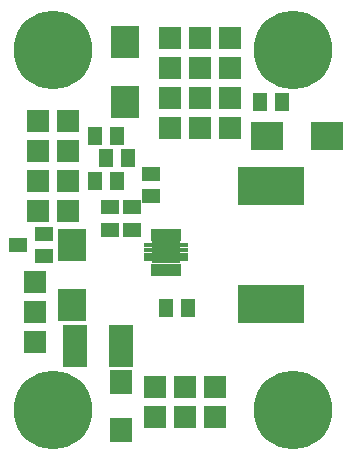
<source format=gbr>
G75*
%MOIN*%
%OFA0B0*%
%FSLAX25Y25*%
%IPPOS*%
%LPD*%
%AMOC8*
5,1,8,0,0,1.08239X$1,22.5*
%
%ADD10R,0.04700X0.05900*%
%ADD11R,0.07300X0.07300*%
%ADD12R,0.06312X0.04737*%
%ADD13R,0.08280X0.14186*%
%ADD14R,0.07493X0.07887*%
%ADD15C,0.26200*%
%ADD16R,0.05900X0.04700*%
%ADD17R,0.10800X0.09300*%
%ADD18R,0.01902X0.04146*%
%ADD19R,0.09265X0.07493*%
%ADD20R,0.03556X0.01784*%
%ADD21C,0.03981*%
%ADD22R,0.22454X0.12611*%
%ADD23R,0.09300X0.10800*%
D10*
X0064110Y0062850D03*
X0071590Y0062850D03*
X0047840Y0105350D03*
X0040360Y0105350D03*
X0044110Y0112850D03*
X0051590Y0112850D03*
X0047840Y0120350D03*
X0040360Y0120350D03*
X0095360Y0131600D03*
X0102840Y0131600D03*
D11*
X0085350Y0132850D03*
X0075350Y0132850D03*
X0075350Y0122850D03*
X0085350Y0122850D03*
X0065350Y0122850D03*
X0065350Y0132850D03*
X0065350Y0142850D03*
X0065350Y0152850D03*
X0075350Y0152850D03*
X0085350Y0152850D03*
X0085350Y0142850D03*
X0075350Y0142850D03*
X0031600Y0125350D03*
X0021600Y0125350D03*
X0021600Y0115350D03*
X0031600Y0115350D03*
X0031600Y0105350D03*
X0031600Y0095350D03*
X0021600Y0095350D03*
X0021600Y0105350D03*
X0020350Y0071600D03*
X0020350Y0061600D03*
X0020350Y0051600D03*
X0060350Y0036600D03*
X0070350Y0036600D03*
X0080350Y0036600D03*
X0080350Y0026600D03*
X0070350Y0026600D03*
X0060350Y0026600D03*
D12*
X0023431Y0080360D03*
X0023431Y0087840D03*
X0014769Y0084100D03*
D13*
X0033923Y0050350D03*
X0049277Y0050350D03*
D14*
X0049100Y0038421D03*
X0049100Y0022279D03*
D15*
X0026600Y0029100D03*
X0106600Y0029100D03*
X0106600Y0149100D03*
X0026600Y0149100D03*
D16*
X0059100Y0107840D03*
X0059100Y0100360D03*
X0052850Y0096590D03*
X0052850Y0089110D03*
X0045350Y0089110D03*
X0045350Y0096590D03*
D17*
X0097850Y0120350D03*
X0117850Y0120350D03*
D18*
X0068037Y0087407D03*
X0066069Y0087407D03*
X0064100Y0087407D03*
X0062131Y0087407D03*
X0060163Y0087407D03*
X0060163Y0075793D03*
X0062131Y0075793D03*
X0064100Y0075793D03*
X0066069Y0075793D03*
X0068037Y0075793D03*
D19*
X0064100Y0081600D03*
X0064100Y0081600D03*
D20*
X0058490Y0080813D03*
X0058490Y0082387D03*
X0058490Y0083962D03*
X0058490Y0079238D03*
X0069710Y0079238D03*
X0069710Y0080813D03*
X0069710Y0082387D03*
X0069710Y0083962D03*
D21*
X0065675Y0083175D03*
X0064100Y0081600D03*
X0062525Y0080025D03*
X0065675Y0080025D03*
X0062525Y0083175D03*
D22*
X0099100Y0064415D03*
X0099100Y0103785D03*
D23*
X0050350Y0131600D03*
X0050350Y0151600D03*
X0032850Y0084100D03*
X0032850Y0064100D03*
M02*

</source>
